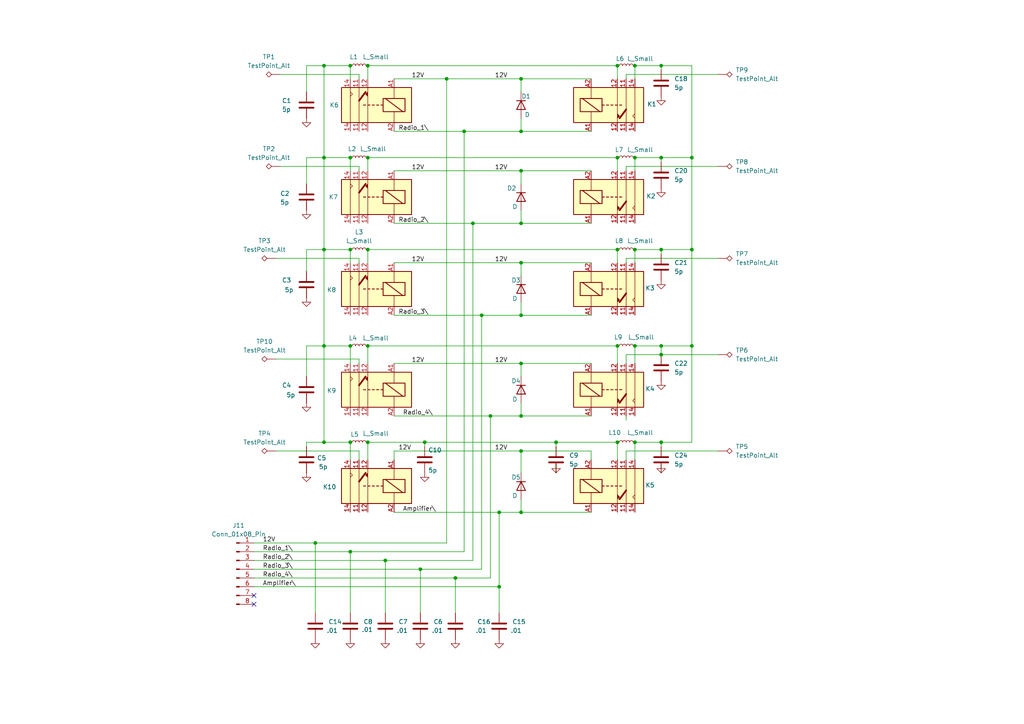
<source format=kicad_sch>
(kicad_sch (version 20250114) (generator "eeschema") (generator_version "9.0")
  (paper "A4")
  (lib_symbols
    (symbol "Connector:Conn_01x08_Pin" (pin_names (offset 1.016) (hide yes))
      (property "Reference" "J" (at 0 10.16 0))
      (property "Value" "Conn_01x08_Pin" (at 0 -12.7 0))
      (symbol "Conn_01x08_Pin_1_1"
        (rectangle (start 0.8636 7.747) (end 0 7.493) (stroke (width 0.1524)) (fill (type outline)))
        (rectangle (start 0.8636 5.207) (end 0 4.953) (stroke (width 0.1524)) (fill (type outline)))
        (rectangle (start 0.8636 2.667) (end 0 2.413) (stroke (width 0.1524)) (fill (type outline)))
        (rectangle (start 0.8636 0.127) (end 0 -0.127) (stroke (width 0.1524)) (fill (type outline)))
        (rectangle (start 0.8636 -2.413) (end 0 -2.667) (stroke (width 0.1524)) (fill (type outline)))
        (rectangle (start 0.8636 -4.953) (end 0 -5.207) (stroke (width 0.1524)) (fill (type outline)))
        (rectangle (start 0.8636 -7.493) (end 0 -7.747) (stroke (width 0.1524)) (fill (type outline)))
        (rectangle (start 0.8636 -10.033) (end 0 -10.287) (stroke (width 0.1524)) (fill (type outline)))
        (polyline (pts (xy 1.27 7.62) (xy 0.8636 7.62)) (stroke (width 0.1524)))
        (polyline (pts (xy 1.27 5.08) (xy 0.8636 5.08)) (stroke (width 0.1524)))
        (polyline (pts (xy 1.27 2.54) (xy 0.8636 2.54)) (stroke (width 0.1524)))
        (polyline (pts (xy 1.27 0) (xy 0.8636 0)) (stroke (width 0.1524)))
        (polyline (pts (xy 1.27 -2.54) (xy 0.8636 -2.54)) (stroke (width 0.1524)))
        (polyline (pts (xy 1.27 -5.08) (xy 0.8636 -5.08)) (stroke (width 0.1524)))
        (polyline (pts (xy 1.27 -7.62) (xy 0.8636 -7.62)) (stroke (width 0.1524)))
        (polyline (pts (xy 1.27 -10.16) (xy 0.8636 -10.16)) (stroke (width 0.1524)))
        (pin passive line (at 5.08 7.62 180) (length 3.81) (name "Pin_1") (number "1"))
        (pin passive line (at 5.08 5.08 180) (length 3.81) (name "Pin_2") (number "2"))
        (pin passive line (at 5.08 2.54 180) (length 3.81) (name "Pin_3") (number "3"))
        (pin passive line (at 5.08 0 180) (length 3.81) (name "Pin_4") (number "4"))
        (pin passive line (at 5.08 -2.54 180) (length 3.81) (name "Pin_5") (number "5"))
        (pin passive line (at 5.08 -5.08 180) (length 3.81) (name "Pin_6") (number "6"))
        (pin passive line (at 5.08 -7.62 180) (length 3.81) (name "Pin_7") (number "7"))
        (pin passive line (at 5.08 -10.16 180) (length 3.81) (name "Pin_8") (number "8"))
      )
    )
    (symbol "Connector:TestPoint_Alt" (pin_numbers (hide yes)) (pin_names (offset 0.762) (hide yes))
      (property "Reference" "TP" (at 0 6.858 0))
      (property "Value" "TestPoint_Alt" (at 0 5.08 0))
      (symbol "TestPoint_Alt_0_1"
        (polyline (pts (xy 0 2.54) (xy -0.762 3.302) (xy 0 4.064) (xy 0.762 3.302) (xy 0 2.54)))
      )
      (symbol "TestPoint_Alt_1_1"
        (pin passive line (at 0 0 90) (length 2.54) (name "1") (number "1"))
      )
    )
    (symbol "Device:C" (pin_numbers (hide yes)) (pin_names (offset 0.254))
      (property "Reference" "C" (at 0.635 2.54 0))
      (property "Value" "C" (at 0.635 -2.54 0))
      (symbol "C_0_1"
        (polyline (pts (xy -2.032 0.762) (xy 2.032 0.762)) (stroke (width 0.508)))
        (polyline (pts (xy -2.032 -0.762) (xy 2.032 -0.762)) (stroke (width 0.508)))
      )
      (symbol "C_1_1"
        (pin passive line (at 0 3.81 270) (length 2.794) (name "~") (number "1"))
        (pin passive line (at 0 -3.81 90) (length 2.794) (name "~") (number "2"))
      )
    )
    (symbol "Device:D" (pin_numbers (hide yes)) (pin_names (offset 1.016) (hide yes))
      (property "Reference" "D" (at 0 2.54 0))
      (property "Value" "D" (at 0 -2.54 0))
      (symbol "D_0_1"
        (polyline (pts (xy -1.27 1.27) (xy -1.27 -1.27)) (stroke (width 0.254)))
        (polyline (pts (xy 1.27 1.27) (xy 1.27 -1.27) (xy -1.27 0) (xy 1.27 1.27)) (stroke (width 0.254)))
        (polyline (pts (xy 1.27 0) (xy -1.27 0)))
      )
      (symbol "D_1_1"
        (pin passive line (at -3.81 0 0) (length 2.54) (name "K") (number "1"))
        (pin passive line (at 3.81 0 180) (length 2.54) (name "A") (number "2"))
      )
    )
    (symbol "Device:L_Small" (pin_numbers (hide yes)) (pin_names (offset 0.254) (hide yes))
      (property "Reference" "L" (at 0.762 1.016 0))
      (property "Value" "L_Small" (at 0.762 -1.016 0))
      (symbol "L_Small_0_1"
        (arc (start 0 2.032) (mid 0.5058 1.524) (end 0 1.016))
        (arc (start 0 1.016) (mid 0.5058 0.508) (end 0 0))
        (arc (start 0 0) (mid 0.5058 -0.508) (end 0 -1.016))
        (arc (start 0 -1.016) (mid 0.5058 -1.524) (end 0 -2.032))
      )
      (symbol "L_Small_1_1"
        (pin passive line (at 0 2.54 270) (length 0.508) (name "~") (number "1"))
        (pin passive line (at 0 -2.54 90) (length 0.508) (name "~") (number "2"))
      )
    )
    (symbol "Relay_4to1:Relay_SPDT"
      (property "Reference" "K" (at 11.43 3.81 0))
      (property "Value" "G2RL-1-E_alt" (at 11.43 1.27 0))
      (symbol "Relay_SPDT_0_0"
        (polyline (pts (xy 7.62 5.08) (xy 7.62 2.54) (xy 6.985 3.175) (xy 7.62 3.81)))
      )
      (symbol "Relay_SPDT_0_1"
        (rectangle (start -10.16 5.08) (end 10.16 -5.08) (stroke (width 0.254)) (fill (type background)))
        (rectangle (start -8.255 1.905) (end -1.905 -1.905) (stroke (width 0.254)))
        (polyline (pts (xy -7.62 -1.905) (xy -2.54 1.905)) (stroke (width 0.254)))
        (polyline (pts (xy -5.08 5.08) (xy -5.08 1.905)))
        (polyline (pts (xy -5.08 -5.08) (xy -5.08 -1.905)))
        (polyline (pts (xy -1.905 0) (xy -1.27 0)) (stroke (width 0.254)))
        (polyline (pts (xy -0.635 0) (xy 0 0)) (stroke (width 0.254)))
        (polyline (pts (xy 0.635 0) (xy 1.27 0)) (stroke (width 0.254)))
        (polyline (pts (xy 1.905 0) (xy 2.54 0)) (stroke (width 0.254)))
        (polyline (pts (xy 2.54 5.08) (xy 2.54 2.54) (xy 3.175 3.175) (xy 2.54 3.81)) (fill (type outline)))
        (polyline (pts (xy 2.54 2.54) (xy 2.54 -5.08)))
        (polyline (pts (xy 3.175 0) (xy 3.81 0)) (stroke (width 0.254)))
        (polyline (pts (xy 5.08 5.08) (xy 5.08 1.27)))
        (polyline (pts (xy 5.08 1.27) (xy 3.175 3.81)) (stroke (width 0.508)))
        (polyline (pts (xy 5.08 1.27) (xy 5.08 -5.08)))
        (polyline (pts (xy 7.62 2.54) (xy 7.62 -5.08)))
      )
      (symbol "Relay_SPDT_1_1"
        (pin passive line (at -5.08 7.62 270) (length 2.54) (name "~") (number "A1"))
        (pin passive line (at -5.08 -7.62 90) (length 2.54) (name "~") (number "A2"))
        (pin passive line (at 2.54 7.62 270) (length 2.54) (name "~") (number "12"))
        (pin passive line (at 2.54 -7.62 90) (length 2.54) (name "~") (number "12"))
        (pin passive line (at 5.08 7.62 270) (length 2.54) (name "~") (number "11"))
        (pin passive line (at 5.08 -7.62 90) (length 2.54) (name "~") (number "11"))
        (pin passive line (at 7.62 7.62 270) (length 2.54) (name "~") (number "14"))
        (pin passive line (at 7.62 -7.62 90) (length 2.54) (name "~") (number "14"))
      )
    )
    (symbol "Relay_SPDT_1"
      (property "Reference" "K" (at 11.43 3.81 0))
      (property "Value" "G2RL-1-E_alt" (at 11.43 1.27 0))
      (symbol "Relay_SPDT_1_0_0"
        (polyline (pts (xy 7.62 5.08) (xy 7.62 2.54) (xy 6.985 3.175) (xy 7.62 3.81)))
      )
      (symbol "Relay_SPDT_1_0_1"
        (rectangle (start -10.16 5.08) (end 10.16 -5.08) (stroke (width 0.254)) (fill (type background)))
        (rectangle (start -8.255 1.905) (end -1.905 -1.905) (stroke (width 0.254)))
        (polyline (pts (xy -7.62 -1.905) (xy -2.54 1.905)) (stroke (width 0.254)))
        (polyline (pts (xy -5.08 5.08) (xy -5.08 1.905)))
        (polyline (pts (xy -5.08 -5.08) (xy -5.08 -1.905)))
        (polyline (pts (xy -1.905 0) (xy -1.27 0)) (stroke (width 0.254)))
        (polyline (pts (xy -0.635 0) (xy 0 0)) (stroke (width 0.254)))
        (polyline (pts (xy 0.635 0) (xy 1.27 0)) (stroke (width 0.254)))
        (polyline (pts (xy 1.905 0) (xy 2.54 0)) (stroke (width 0.254)))
        (polyline (pts (xy 2.54 5.08) (xy 2.54 2.54) (xy 3.175 3.175) (xy 2.54 3.81)) (fill (type outline)))
        (polyline (pts (xy 2.54 2.54) (xy 2.54 -5.08)))
        (polyline (pts (xy 3.175 0) (xy 3.81 0)) (stroke (width 0.254)))
        (polyline (pts (xy 5.08 5.08) (xy 5.08 1.27)))
        (polyline (pts (xy 5.08 1.27) (xy 3.175 3.81)) (stroke (width 0.508)))
        (polyline (pts (xy 5.08 1.27) (xy 5.08 -5.08)))
        (polyline (pts (xy 7.62 2.54) (xy 7.62 -5.08)))
      )
      (symbol "Relay_SPDT_1_1_1"
        (pin passive line (at -5.08 7.62 270) (length 2.54) (name "~") (number "A1"))
        (pin passive line (at -5.08 -7.62 90) (length 2.54) (name "~") (number "A2"))
        (pin passive line (at 2.54 7.62 270) (length 2.54) (name "~") (number "12"))
        (pin passive line (at 2.54 -7.62 90) (length 2.54) (name "~") (number "12"))
        (pin passive line (at 5.08 7.62 270) (length 2.54) (name "~") (number "11"))
        (pin passive line (at 5.08 -7.62 90) (length 2.54) (name "~") (number "11"))
        (pin passive line (at 7.62 7.62 270) (length 2.54) (name "~") (number "14"))
        (pin passive line (at 7.62 -7.62 90) (length 2.54) (name "~") (number "14"))
      )
    )
    (symbol "Relay_SPDT_2"
      (property "Reference" "K" (at 11.43 3.81 0))
      (property "Value" "G2RL-1-E_alt" (at 11.43 1.27 0))
      (symbol "Relay_SPDT_2_0_0"
        (polyline (pts (xy 7.62 5.08) (xy 7.62 2.54) (xy 6.985 3.175) (xy 7.62 3.81)))
      )
      (symbol "Relay_SPDT_2_0_1"
        (rectangle (start -10.16 5.08) (end 10.16 -5.08) (stroke (width 0.254)) (fill (type background)))
        (rectangle (start -8.255 1.905) (end -1.905 -1.905) (stroke (width 0.254)))
        (polyline (pts (xy -7.62 -1.905) (xy -2.54 1.905)) (stroke (width 0.254)))
        (polyline (pts (xy -5.08 5.08) (xy -5.08 1.905)))
        (polyline (pts (xy -5.08 -5.08) (xy -5.08 -1.905)))
        (polyline (pts (xy -1.905 0) (xy -1.27 0)) (stroke (width 0.254)))
        (polyline (pts (xy -0.635 0) (xy 0 0)) (stroke (width 0.254)))
        (polyline (pts (xy 0.635 0) (xy 1.27 0)) (stroke (width 0.254)))
        (polyline (pts (xy 1.905 0) (xy 2.54 0)) (stroke (width 0.254)))
        (polyline (pts (xy 2.54 5.08) (xy 2.54 2.54) (xy 3.175 3.175) (xy 2.54 3.81)) (fill (type outline)))
        (polyline (pts (xy 2.54 2.54) (xy 2.54 -5.08)))
        (polyline (pts (xy 3.175 0) (xy 3.81 0)) (stroke (width 0.254)))
        (polyline (pts (xy 5.08 5.08) (xy 5.08 1.27)))
        (polyline (pts (xy 5.08 1.27) (xy 3.175 3.81)) (stroke (width 0.508)))
        (polyline (pts (xy 5.08 1.27) (xy 5.08 -5.08)))
        (polyline (pts (xy 7.62 2.54) (xy 7.62 -5.08)))
      )
      (symbol "Relay_SPDT_2_1_1"
        (pin passive line (at -5.08 7.62 270) (length 2.54) (name "~") (number "A1"))
        (pin passive line (at -5.08 -7.62 90) (length 2.54) (name "~") (number "A2"))
        (pin passive line (at 2.54 7.62 270) (length 2.54) (name "~") (number "12"))
        (pin passive line (at 2.54 -7.62 90) (length 2.54) (name "~") (number "12"))
        (pin passive line (at 5.08 7.62 270) (length 2.54) (name "~") (number "11"))
        (pin passive line (at 5.08 -7.62 90) (length 2.54) (name "~") (number "11"))
        (pin passive line (at 7.62 7.62 270) (length 2.54) (name "~") (number "14"))
        (pin passive line (at 7.62 -7.62 90) (length 2.54) (name "~") (number "14"))
      )
    )
    (symbol "Relay_SPDT_3"
      (property "Reference" "K" (at 11.43 3.81 0))
      (property "Value" "G2RL-1-E_alt" (at 11.43 1.27 0))
      (symbol "Relay_SPDT_3_0_0"
        (polyline (pts (xy 7.62 5.08) (xy 7.62 2.54) (xy 6.985 3.175) (xy 7.62 3.81)))
      )
      (symbol "Relay_SPDT_3_0_1"
        (rectangle (start -10.16 5.08) (end 10.16 -5.08) (stroke (width 0.254)) (fill (type background)))
        (rectangle (start -8.255 1.905) (end -1.905 -1.905) (stroke (width 0.254)))
        (polyline (pts (xy -7.62 -1.905) (xy -2.54 1.905)) (stroke (width 0.254)))
        (polyline (pts (xy -5.08 5.08) (xy -5.08 1.905)))
        (polyline (pts (xy -5.08 -5.08) (xy -5.08 -1.905)))
        (polyline (pts (xy -1.905 0) (xy -1.27 0)) (stroke (width 0.254)))
        (polyline (pts (xy -0.635 0) (xy 0 0)) (stroke (width 0.254)))
        (polyline (pts (xy 0.635 0) (xy 1.27 0)) (stroke (width 0.254)))
        (polyline (pts (xy 1.905 0) (xy 2.54 0)) (stroke (width 0.254)))
        (polyline (pts (xy 2.54 5.08) (xy 2.54 2.54) (xy 3.175 3.175) (xy 2.54 3.81)) (fill (type outline)))
        (polyline (pts (xy 2.54 2.54) (xy 2.54 -5.08)))
        (polyline (pts (xy 3.175 0) (xy 3.81 0)) (stroke (width 0.254)))
        (polyline (pts (xy 5.08 5.08) (xy 5.08 1.27)))
        (polyline (pts (xy 5.08 1.27) (xy 3.175 3.81)) (stroke (width 0.508)))
        (polyline (pts (xy 5.08 1.27) (xy 5.08 -5.08)))
        (polyline (pts (xy 7.62 2.54) (xy 7.62 -5.08)))
      )
      (symbol "Relay_SPDT_3_1_1"
        (pin passive line (at -5.08 7.62 270) (length 2.54) (name "~") (number "A1"))
        (pin passive line (at -5.08 -7.62 90) (length 2.54) (name "~") (number "A2"))
        (pin passive line (at 2.54 7.62 270) (length 2.54) (name "~") (number "12"))
        (pin passive line (at 2.54 -7.62 90) (length 2.54) (name "~") (number "12"))
        (pin passive line (at 5.08 7.62 270) (length 2.54) (name "~") (number "11"))
        (pin passive line (at 5.08 -7.62 90) (length 2.54) (name "~") (number "11"))
        (pin passive line (at 7.62 7.62 270) (length 2.54) (name "~") (number "14"))
        (pin passive line (at 7.62 -7.62 90) (length 2.54) (name "~") (number "14"))
      )
    )
    (symbol "Relay_SPDT_4"
      (property "Reference" "K" (at 11.43 3.81 0))
      (property "Value" "G2RL-1-E_alt" (at 11.43 1.27 0))
      (symbol "Relay_SPDT_4_0_0"
        (polyline (pts (xy 7.62 5.08) (xy 7.62 2.54) (xy 6.985 3.175) (xy 7.62 3.81)))
      )
      (symbol "Relay_SPDT_4_0_1"
        (rectangle (start -10.16 5.08) (end 10.16 -5.08) (stroke (width 0.254)) (fill (type background)))
        (rectangle (start -8.255 1.905) (end -1.905 -1.905) (stroke (width 0.254)))
        (polyline (pts (xy -7.62 -1.905) (xy -2.54 1.905)) (stroke (width 0.254)))
        (polyline (pts (xy -5.08 5.08) (xy -5.08 1.905)))
        (polyline (pts (xy -5.08 -5.08) (xy -5.08 -1.905)))
        (polyline (pts (xy -1.905 0) (xy -1.27 0)) (stroke (width 0.254)))
        (polyline (pts (xy -0.635 0) (xy 0 0)) (stroke (width 0.254)))
        (polyline (pts (xy 0.635 0) (xy 1.27 0)) (stroke (width 0.254)))
        (polyline (pts (xy 1.905 0) (xy 2.54 0)) (stroke (width 0.254)))
        (polyline (pts (xy 2.54 5.08) (xy 2.54 2.54) (xy 3.175 3.175) (xy 2.54 3.81)) (fill (type outline)))
        (polyline (pts (xy 2.54 2.54) (xy 2.54 -5.08)))
        (polyline (pts (xy 3.175 0) (xy 3.81 0)) (stroke (width 0.254)))
        (polyline (pts (xy 5.08 5.08) (xy 5.08 1.27)))
        (polyline (pts (xy 5.08 1.27) (xy 3.175 3.81)) (stroke (width 0.508)))
        (polyline (pts (xy 5.08 1.27) (xy 5.08 -5.08)))
        (polyline (pts (xy 7.62 2.54) (xy 7.62 -5.08)))
      )
      (symbol "Relay_SPDT_4_1_1"
        (pin passive line (at -5.08 7.62 270) (length 2.54) (name "~") (number "A1"))
        (pin passive line (at -5.08 -7.62 90) (length 2.54) (name "~") (number "A2"))
        (pin passive line (at 2.54 7.62 270) (length 2.54) (name "~") (number "12"))
        (pin passive line (at 2.54 -7.62 90) (length 2.54) (name "~") (number "12"))
        (pin passive line (at 5.08 7.62 270) (length 2.54) (name "~") (number "11"))
        (pin passive line (at 5.08 -7.62 90) (length 2.54) (name "~") (number "11"))
        (pin passive line (at 7.62 7.62 270) (length 2.54) (name "~") (number "14"))
        (pin passive line (at 7.62 -7.62 90) (length 2.54) (name "~") (number "14"))
      )
    )
    (symbol "Relay_SPDT_5"
      (property "Reference" "K" (at 11.43 3.81 0))
      (property "Value" "G2RL-1-E_alt" (at 11.43 1.27 0))
      (symbol "Relay_SPDT_5_0_0"
        (polyline (pts (xy 7.62 5.08) (xy 7.62 2.54) (xy 6.985 3.175) (xy 7.62 3.81)))
      )
      (symbol "Relay_SPDT_5_0_1"
        (rectangle (start -10.16 5.08) (end 10.16 -5.08) (stroke (width 0.254)) (fill (type background)))
        (rectangle (start -8.255 1.905) (end -1.905 -1.905) (stroke (width 0.254)))
        (polyline (pts (xy -7.62 -1.905) (xy -2.54 1.905)) (stroke (width 0.254)))
        (polyline (pts (xy -5.08 5.08) (xy -5.08 1.905)))
        (polyline (pts (xy -5.08 -5.08) (xy -5.08 -1.905)))
        (polyline (pts (xy -1.905 0) (xy -1.27 0)) (stroke (width 0.254)))
        (polyline (pts (xy -0.635 0) (xy 0 0)) (stroke (width 0.254)))
        (polyline (pts (xy 0.635 0) (xy 1.27 0)) (stroke (width 0.254)))
        (polyline (pts (xy 1.905 0) (xy 2.54 0)) (stroke (width 0.254)))
        (polyline (pts (xy 2.54 5.08) (xy 2.54 2.54) (xy 3.175 3.175) (xy 2.54 3.81)) (fill (type outline)))
        (polyline (pts (xy 2.54 2.54) (xy 2.54 -5.08)))
        (polyline (pts (xy 3.175 0) (xy 3.81 0)) (stroke (width 0.254)))
        (polyline (pts (xy 5.08 5.08) (xy 5.08 1.27)))
        (polyline (pts (xy 5.08 1.27) (xy 3.175 3.81)) (stroke (width 0.508)))
        (polyline (pts (xy 5.08 1.27) (xy 5.08 -5.08)))
        (polyline (pts (xy 7.62 2.54) (xy 7.62 -5.08)))
      )
      (symbol "Relay_SPDT_5_1_1"
        (pin passive line (at -5.08 7.62 270) (length 2.54) (name "~") (number "A1"))
        (pin passive line (at -5.08 -7.62 90) (length 2.54) (name "~") (number "A2"))
        (pin passive line (at 2.54 7.62 270) (length 2.54) (name "~") (number "12"))
        (pin passive line (at 2.54 -7.62 90) (length 2.54) (name "~") (number "12"))
        (pin passive line (at 5.08 7.62 270) (length 2.54) (name "~") (number "11"))
        (pin passive line (at 5.08 -7.62 90) (length 2.54) (name "~") (number "11"))
        (pin passive line (at 7.62 7.62 270) (length 2.54) (name "~") (number "14"))
        (pin passive line (at 7.62 -7.62 90) (length 2.54) (name "~") (number "14"))
      )
    )
    (symbol "Relay_SPDT_6"
      (property "Reference" "K" (at 11.43 3.81 0))
      (property "Value" "G2RL-1-E_alt" (at 11.43 1.27 0))
      (symbol "Relay_SPDT_6_0_0"
        (polyline (pts (xy 7.62 5.08) (xy 7.62 2.54) (xy 6.985 3.175) (xy 7.62 3.81)))
      )
      (symbol "Relay_SPDT_6_0_1"
        (rectangle (start -10.16 5.08) (end 10.16 -5.08) (stroke (width 0.254)) (fill (type background)))
        (rectangle (start -8.255 1.905) (end -1.905 -1.905) (stroke (width 0.254)))
        (polyline (pts (xy -7.62 -1.905) (xy -2.54 1.905)) (stroke (width 0.254)))
        (polyline (pts (xy -5.08 5.08) (xy -5.08 1.905)))
        (polyline (pts (xy -5.08 -5.08) (xy -5.08 -1.905)))
        (polyline (pts (xy -1.905 0) (xy -1.27 0)) (stroke (width 0.254)))
        (polyline (pts (xy -0.635 0) (xy 0 0)) (stroke (width 0.254)))
        (polyline (pts (xy 0.635 0) (xy 1.27 0)) (stroke (width 0.254)))
        (polyline (pts (xy 1.905 0) (xy 2.54 0)) (stroke (width 0.254)))
        (polyline (pts (xy 2.54 5.08) (xy 2.54 2.54) (xy 3.175 3.175) (xy 2.54 3.81)) (fill (type outline)))
        (polyline (pts (xy 2.54 2.54) (xy 2.54 -5.08)))
        (polyline (pts (xy 3.175 0) (xy 3.81 0)) (stroke (width 0.254)))
        (polyline (pts (xy 5.08 5.08) (xy 5.08 1.27)))
        (polyline (pts (xy 5.08 1.27) (xy 3.175 3.81)) (stroke (width 0.508)))
        (polyline (pts (xy 5.08 1.27) (xy 5.08 -5.08)))
        (polyline (pts (xy 7.62 2.54) (xy 7.62 -5.08)))
      )
      (symbol "Relay_SPDT_6_1_1"
        (pin passive line (at -5.08 7.62 270) (length 2.54) (name "~") (number "A1"))
        (pin passive line (at -5.08 -7.62 90) (length 2.54) (name "~") (number "A2"))
        (pin passive line (at 2.54 7.62 270) (length 2.54) (name "~") (number "12"))
        (pin passive line (at 2.54 -7.62 90) (length 2.54) (name "~") (number "12"))
        (pin passive line (at 5.08 7.62 270) (length 2.54) (name "~") (number "11"))
        (pin passive line (at 5.08 -7.62 90) (length 2.54) (name "~") (number "11"))
        (pin passive line (at 7.62 7.62 270) (length 2.54) (name "~") (number "14"))
        (pin passive line (at 7.62 -7.62 90) (length 2.54) (name "~") (number "14"))
      )
    )
    (symbol "Relay_SPDT_7"
      (property "Reference" "K" (at 11.43 3.81 0))
      (property "Value" "G2RL-1-E_alt" (at 11.43 1.27 0))
      (symbol "Relay_SPDT_7_0_0"
        (polyline (pts (xy 7.62 5.08) (xy 7.62 2.54) (xy 6.985 3.175) (xy 7.62 3.81)))
      )
      (symbol "Relay_SPDT_7_0_1"
        (rectangle (start -10.16 5.08) (end 10.16 -5.08) (stroke (width 0.254)) (fill (type background)))
        (rectangle (start -8.255 1.905) (end -1.905 -1.905) (stroke (width 0.254)))
        (polyline (pts (xy -7.62 -1.905) (xy -2.54 1.905)) (stroke (width 0.254)))
        (polyline (pts (xy -5.08 5.08) (xy -5.08 1.905)))
        (polyline (pts (xy -5.08 -5.08) (xy -5.08 -1.905)))
        (polyline (pts (xy -1.905 0) (xy -1.27 0)) (stroke (width 0.254)))
        (polyline (pts (xy -0.635 0) (xy 0 0)) (stroke (width 0.254)))
        (polyline (pts (xy 0.635 0) (xy 1.27 0)) (stroke (width 0.254)))
        (polyline (pts (xy 1.905 0) (xy 2.54 0)) (stroke (width 0.254)))
        (polyline (pts (xy 2.54 5.08) (xy 2.54 2.54) (xy 3.175 3.175) (xy 2.54 3.81)) (fill (type outline)))
        (polyline (pts (xy 2.54 2.54) (xy 2.54 -5.08)))
        (polyline (pts (xy 3.175 0) (xy 3.81 0)) (stroke (width 0.254)))
        (polyline (pts (xy 5.08 5.08) (xy 5.08 1.27)))
        (polyline (pts (xy 5.08 1.27) (xy 3.175 3.81)) (stroke (width 0.508)))
        (polyline (pts (xy 5.08 1.27) (xy 5.08 -5.08)))
        (polyline (pts (xy 7.62 2.54) (xy 7.62 -5.08)))
      )
      (symbol "Relay_SPDT_7_1_1"
        (pin passive line (at -5.08 7.62 270) (length 2.54) (name "~") (number "A1"))
        (pin passive line (at -5.08 -7.62 90) (length 2.54) (name "~") (number "A2"))
        (pin passive line (at 2.54 7.62 270) (length 2.54) (name "~") (number "12"))
        (pin passive line (at 2.54 -7.62 90) (length 2.54) (name "~") (number "12"))
        (pin passive line (at 5.08 7.62 270) (length 2.54) (name "~") (number "11"))
        (pin passive line (at 5.08 -7.62 90) (length 2.54) (name "~") (number "11"))
        (pin passive line (at 7.62 7.62 270) (length 2.54) (name "~") (number "14"))
        (pin passive line (at 7.62 -7.62 90) (length 2.54) (name "~") (number "14"))
      )
    )
    (symbol "power:GND" (power) (pin_numbers (hide yes)) (pin_names (offset 0) (hide yes))
      (property "Value" "GND" (at 0 -3.81 0))
      (symbol "GND_0_1"
        (polyline (pts (xy 0 0) (xy 0 -1.27) (xy 1.27 -1.27) (xy 0 -2.54) (xy -1.27 -1.27) (xy 0 -1.27)))
      )
      (symbol "GND_1_1"
        (pin power_in line (at 0 0 270) (length 0) (name "~") (number "1"))
      )
    )
  )
  (junction (at 93.98 72.39))
  (junction (at 184.15 45.72))
  (junction (at 184.15 100.33))
  (junction (at 179.07 100.33))
  (junction (at 161.29 128.27))
  (junction (at 101.6 19.05))
  (junction (at 191.77 102.87))
  (junction (at 106.68 19.05))
  (junction (at 139.7 91.44))
  (junction (at 191.77 100.33))
  (junction (at 151.13 76.2))
  (junction (at 179.07 128.27))
  (junction (at 179.07 45.72))
  (junction (at 134.62 38.1))
  (junction (at 151.13 148.59))
  (junction (at 191.77 72.39))
  (junction (at 106.68 128.27))
  (junction (at 129.54 22.86))
  (junction (at 93.98 19.05))
  (junction (at 151.13 91.44))
  (junction (at 184.15 19.05))
  (junction (at 200.66 45.72))
  (junction (at 93.98 100.33))
  (junction (at 200.66 100.33))
  (junction (at 106.68 72.39))
  (junction (at 101.6 128.27))
  (junction (at 184.15 128.27))
  (junction (at 101.6 72.39))
  (junction (at 101.6 100.33))
  (junction (at 137.16 64.77))
  (junction (at 179.07 19.05))
  (junction (at 191.77 45.72))
  (junction (at 93.98 128.27))
  (junction (at 106.68 100.33))
  (junction (at 151.13 38.1))
  (junction (at 191.77 128.27))
  (junction (at 106.68 45.72))
  (junction (at 151.13 64.77))
  (junction (at 123.19 128.27))
  (junction (at 179.07 72.39))
  (junction (at 142.24 120.65))
  (junction (at 111.76 162.56))
  (junction (at 101.6 160.02))
  (junction (at 93.98 45.72))
  (junction (at 121.92 165.1))
  (junction (at 184.15 72.39))
  (junction (at 151.13 120.65))
  (junction (at 191.77 19.05))
  (junction (at 132.08 167.64))
  (junction (at 144.78 148.59))
  (junction (at 151.13 22.86))
  (junction (at 151.13 49.53))
  (junction (at 91.44 157.48))
  (junction (at 200.66 72.39))
  (junction (at 144.78 170.18))
  (junction (at 151.13 105.41))
  (junction (at 151.13 130.81))
  (junction (at 101.6 45.72))
  (no_connect (at 73.66 175.26))
  (no_connect (at 73.66 172.72))
  (wire (pts (xy 200.66 45.72) (xy 200.66 72.39)))
  (wire (pts (xy 91.44 157.48) (xy 91.44 177.8)))
  (wire (pts (xy 88.9 53.34) (xy 88.9 45.72)))
  (wire (pts (xy 181.61 130.81) (xy 181.61 133.35)))
  (wire (pts (xy 200.66 19.05) (xy 200.66 45.72)))
  (wire (pts (xy 123.19 128.27) (xy 161.29 128.27)))
  (wire (pts (xy 114.3 91.44) (xy 139.7 91.44)))
  (wire (pts (xy 184.15 45.72) (xy 184.15 49.53)))
  (wire (pts (xy 134.62 38.1) (xy 151.13 38.1)))
  (wire (pts (xy 191.77 102.87) (xy 208.28 102.87)))
  (wire (pts (xy 151.13 76.2) (xy 151.13 80.01)))
  (wire (pts (xy 151.13 148.59) (xy 171.45 148.59)))
  (wire (pts (xy 191.77 45.72) (xy 191.77 46.99)))
  (wire (pts (xy 106.68 22.86) (xy 106.68 19.05)))
  (wire (pts (xy 184.15 72.39) (xy 184.15 76.2)))
  (wire (pts (xy 191.77 72.39) (xy 200.66 72.39)))
  (wire (pts (xy 101.6 160.02) (xy 101.6 177.8)))
  (wire (pts (xy 181.61 121.92) (xy 181.61 120.65)))
  (wire (pts (xy 93.98 72.39) (xy 93.98 100.33)))
  (wire (pts (xy 179.07 45.72) (xy 179.07 49.53)))
  (wire (pts (xy 181.61 105.41) (xy 181.61 102.87)))
  (wire (pts (xy 161.29 129.54) (xy 161.29 128.27)))
  (wire (pts (xy 81.28 21.59) (xy 104.14 21.59)))
  (wire (pts (xy 151.13 22.86) (xy 151.13 26.67)))
  (wire (pts (xy 114.3 130.81) (xy 114.3 133.35)))
  (wire (pts (xy 104.14 74.93) (xy 104.14 76.2)))
  (wire (pts (xy 114.3 148.59) (xy 144.78 148.59)))
  (wire (pts (xy 80.01 74.93) (xy 104.14 74.93)))
  (wire (pts (xy 184.15 100.33) (xy 184.15 105.41)))
  (wire (pts (xy 106.68 100.33) (xy 179.07 100.33)))
  (wire (pts (xy 171.45 76.2) (xy 151.13 76.2)))
  (wire (pts (xy 191.77 19.05) (xy 200.66 19.05)))
  (wire (pts (xy 93.98 19.05) (xy 93.98 45.72)))
  (wire (pts (xy 181.61 48.26) (xy 208.28 48.26)))
  (wire (pts (xy 144.78 148.59) (xy 151.13 148.59)))
  (wire (pts (xy 106.68 76.2) (xy 106.68 72.39)))
  (wire (pts (xy 132.08 167.64) (xy 142.24 167.64)))
  (wire (pts (xy 191.77 100.33) (xy 191.77 102.87)))
  (wire (pts (xy 181.61 102.87) (xy 191.77 102.87)))
  (wire (pts (xy 151.13 116.84) (xy 151.13 120.65)))
  (wire (pts (xy 139.7 91.44) (xy 151.13 91.44)))
  (wire (pts (xy 181.61 21.59) (xy 208.28 21.59)))
  (wire (pts (xy 73.66 157.48) (xy 91.44 157.48)))
  (wire (pts (xy 93.98 45.72) (xy 101.6 45.72)))
  (wire (pts (xy 114.3 120.65) (xy 142.24 120.65)))
  (wire (pts (xy 88.9 129.54) (xy 88.9 128.27)))
  (wire (pts (xy 191.77 45.72) (xy 200.66 45.72)))
  (wire (pts (xy 181.61 22.86) (xy 181.61 21.59)))
  (wire (pts (xy 151.13 64.77) (xy 171.45 64.77)))
  (wire (pts (xy 88.9 78.74) (xy 88.9 72.39)))
  (wire (pts (xy 81.28 48.26) (xy 104.14 48.26)))
  (wire (pts (xy 104.14 21.59) (xy 104.14 22.86)))
  (wire (pts (xy 88.9 19.05) (xy 93.98 19.05)))
  (wire (pts (xy 139.7 91.44) (xy 139.7 165.1)))
  (wire (pts (xy 106.68 45.72) (xy 179.07 45.72)))
  (wire (pts (xy 151.13 87.63) (xy 151.13 91.44)))
  (wire (pts (xy 184.15 128.27) (xy 184.15 133.35)))
  (wire (pts (xy 101.6 76.2) (xy 101.6 72.39)))
  (wire (pts (xy 88.9 109.22) (xy 88.9 100.33)))
  (wire (pts (xy 181.61 130.81) (xy 208.28 130.81)))
  (wire (pts (xy 104.14 130.81) (xy 104.14 133.35)))
  (wire (pts (xy 106.68 133.35) (xy 106.68 128.27)))
  (wire (pts (xy 80.01 130.81) (xy 104.14 130.81)))
  (wire (pts (xy 93.98 45.72) (xy 93.98 72.39)))
  (wire (pts (xy 151.13 38.1) (xy 171.45 38.1)))
  (wire (pts (xy 93.98 128.27) (xy 101.6 128.27)))
  (wire (pts (xy 88.9 26.67) (xy 88.9 19.05)))
  (wire (pts (xy 179.07 128.27) (xy 179.07 133.35)))
  (wire (pts (xy 151.13 91.44) (xy 171.45 91.44)))
  (wire (pts (xy 171.45 130.81) (xy 171.45 133.35)))
  (wire (pts (xy 114.3 130.81) (xy 151.13 130.81)))
  (wire (pts (xy 144.78 170.18) (xy 144.78 177.8)))
  (wire (pts (xy 179.07 19.05) (xy 179.07 22.86)))
  (wire (pts (xy 106.68 49.53) (xy 106.68 45.72)))
  (wire (pts (xy 151.13 130.81) (xy 151.13 137.16)))
  (wire (pts (xy 151.13 60.96) (xy 151.13 64.77)))
  (wire (pts (xy 93.98 19.05) (xy 101.6 19.05)))
  (wire (pts (xy 200.66 128.27) (xy 191.77 128.27)))
  (wire (pts (xy 80.01 104.14) (xy 104.14 104.14)))
  (wire (pts (xy 121.92 165.1) (xy 121.92 177.8)))
  (wire (pts (xy 88.9 100.33) (xy 93.98 100.33)))
  (wire (pts (xy 114.3 64.77) (xy 137.16 64.77)))
  (wire (pts (xy 129.54 157.48) (xy 129.54 22.86)))
  (wire (pts (xy 114.3 22.86) (xy 129.54 22.86)))
  (wire (pts (xy 93.98 100.33) (xy 93.98 128.27)))
  (wire (pts (xy 181.61 74.93) (xy 208.28 74.93)))
  (wire (pts (xy 171.45 22.86) (xy 151.13 22.86)))
  (wire (pts (xy 73.66 165.1) (xy 121.92 165.1)))
  (wire (pts (xy 151.13 105.41) (xy 151.13 109.22)))
  (wire (pts (xy 191.77 72.39) (xy 191.77 73.66)))
  (wire (pts (xy 73.66 170.18) (xy 144.78 170.18)))
  (wire (pts (xy 111.76 162.56) (xy 111.76 177.8)))
  (wire (pts (xy 88.9 72.39) (xy 93.98 72.39)))
  (wire (pts (xy 137.16 64.77) (xy 151.13 64.77)))
  (wire (pts (xy 191.77 129.54) (xy 191.77 128.27)))
  (wire (pts (xy 191.77 137.16) (xy 191.77 134.62)))
  (wire (pts (xy 184.15 100.33) (xy 191.77 100.33)))
  (wire (pts (xy 184.15 72.39) (xy 191.77 72.39)))
  (wire (pts (xy 191.77 20.32) (xy 191.77 19.05)))
  (wire (pts (xy 114.3 38.1) (xy 134.62 38.1)))
  (wire (pts (xy 132.08 167.64) (xy 132.08 177.8)))
  (wire (pts (xy 114.3 105.41) (xy 151.13 105.41)))
  (wire (pts (xy 114.3 49.53) (xy 151.13 49.53)))
  (wire (pts (xy 151.13 49.53) (xy 151.13 53.34)))
  (wire (pts (xy 200.66 100.33) (xy 200.66 128.27)))
  (wire (pts (xy 73.66 162.56) (xy 111.76 162.56)))
  (wire (pts (xy 179.07 100.33) (xy 179.07 105.41)))
  (wire (pts (xy 184.15 45.72) (xy 191.77 45.72)))
  (wire (pts (xy 106.68 128.27) (xy 123.19 128.27)))
  (wire (pts (xy 181.61 74.93) (xy 181.61 76.2)))
  (wire (pts (xy 101.6 105.41) (xy 101.6 100.33)))
  (wire (pts (xy 142.24 120.65) (xy 142.24 167.64)))
  (wire (pts (xy 181.61 49.53) (xy 181.61 48.26)))
  (wire (pts (xy 191.77 100.33) (xy 200.66 100.33)))
  (wire (pts (xy 184.15 19.05) (xy 191.77 19.05)))
  (wire (pts (xy 142.24 120.65) (xy 151.13 120.65)))
  (wire (pts (xy 191.77 128.27) (xy 184.15 128.27)))
  (wire (pts (xy 151.13 120.65) (xy 171.45 120.65)))
  (wire (pts (xy 184.15 22.86) (xy 184.15 19.05)))
  (wire (pts (xy 73.66 167.64) (xy 132.08 167.64)))
  (wire (pts (xy 101.6 22.86) (xy 101.6 19.05)))
  (wire (pts (xy 101.6 128.27) (xy 101.6 133.35)))
  (wire (pts (xy 114.3 76.2) (xy 151.13 76.2)))
  (wire (pts (xy 93.98 100.33) (xy 101.6 100.33)))
  (wire (pts (xy 144.78 148.59) (xy 144.78 170.18)))
  (wire (pts (xy 171.45 105.41) (xy 151.13 105.41)))
  (wire (pts (xy 179.07 72.39) (xy 179.07 76.2)))
  (wire (pts (xy 91.44 157.48) (xy 129.54 157.48)))
  (wire (pts (xy 106.68 19.05) (xy 179.07 19.05)))
  (wire (pts (xy 137.16 64.77) (xy 137.16 162.56)))
  (wire (pts (xy 137.16 162.56) (xy 111.76 162.56)))
  (wire (pts (xy 101.6 49.53) (xy 101.6 45.72)))
  (wire (pts (xy 123.19 129.54) (xy 123.19 128.27)))
  (wire (pts (xy 171.45 130.81) (xy 151.13 130.81)))
  (wire (pts (xy 161.29 128.27) (xy 179.07 128.27)))
  (wire (pts (xy 93.98 72.39) (xy 101.6 72.39)))
  (wire (pts (xy 73.66 160.02) (xy 101.6 160.02)))
  (wire (pts (xy 139.7 165.1) (xy 121.92 165.1)))
  (wire (pts (xy 151.13 34.29) (xy 151.13 38.1)))
  (wire (pts (xy 129.54 22.86) (xy 151.13 22.86)))
  (wire (pts (xy 134.62 160.02) (xy 101.6 160.02)))
  (wire (pts (xy 161.29 137.16) (xy 161.29 134.62)))
  (wire (pts (xy 104.14 105.41) (xy 104.14 104.14)))
  (wire (pts (xy 104.14 48.26) (xy 104.14 49.53)))
  (wire (pts (xy 134.62 38.1) (xy 134.62 160.02)))
  (wire (pts (xy 151.13 144.78) (xy 151.13 148.59)))
  (wire (pts (xy 106.68 72.39) (xy 179.07 72.39)))
  (wire (pts (xy 200.66 72.39) (xy 200.66 100.33)))
  (wire (pts (xy 106.68 105.41) (xy 106.68 100.33)))
  (wire (pts (xy 171.45 49.53) (xy 151.13 49.53)))
  (wire (pts (xy 88.9 45.72) (xy 93.98 45.72)))
  (wire (pts (xy 88.9 128.27) (xy 93.98 128.27)))
  (label "12V" (at 143.51 130.81 0))
  (label "Radio_2\\" (at 115.57 64.77 0))
  (label "Radio_3\\" (at 76.2 165.1 0))
  (label "Radio_3\\" (at 115.57 91.44 0))
  (label "Radio_1\\" (at 76.2 160.02 0))
  (label "12V" (at 119.38 76.2 0))
  (label "12V" (at 119.38 22.86 0))
  (label "12V" (at 119.38 105.41 0))
  (label "12V" (at 143.51 105.41 0))
  (label "12V" (at 76.2 157.48 0))
  (label "12V" (at 143.51 49.53 0))
  (label "12V" (at 143.51 76.2 0))
  (label "Amplifier\\" (at 76.2 170.18 0))
  (label "Radio_1\\" (at 115.57 38.1 0))
  (label "Amplifier\\" (at 116.84 148.59 0))
  (label "Radio_2\\" (at 76.2 162.56 0))
  (label "Radio_4\\" (at 116.84 120.65 0))
  (label "Radio_4\\" (at 76.2 167.64 0))
  (label "12V" (at 119.38 49.53 0))
  (label "12V" (at 143.51 22.86 0))
  (label "12V" (at 115.57 130.81 0))
  (symbol (lib_id "Device:C") (at 132.08 181.61 0) (unit 1)
    (property "Reference" "C16" (at 138.43 180.3399 0) (effects (justify left)))
    (property "Value" ".01" (at 137.922 182.88 0) (effects (justify left)))
    (property "Footprint" "Capacitor_SMD:C_0805_2012Metric" (effects (hide yes)))
    (property "Description" "Unpolarized capacitor" (effects (hide yes)))
  )
  (symbol (lib_id "Connector:TestPoint_Alt") (at 80.01 74.93 90) (unit 1)
    (property "Reference" "TP3" (at 76.708 69.85 90))
    (property "Value" "TestPoint_Alt" (at 76.708 72.39 90))
    (property "Description" "test point (alternative shape)" (effects (hide yes)))
  )
  (symbol (lib_id "power:GND") (at 191.77 110.49 0) (mirror y) (unit 1)
    (property "Reference" "#PWR24" (effects (hide yes)))
    (property "Value" "GND" (effects (hide yes)))
    (property "Description" "Power symbol creates a global label with name \"GND\" , ground" (effects (hide yes)))
  )
  (symbol (lib_id "Device:D") (at 151.13 140.97 270) (unit 1)
    (property "Reference" "D5" (at 148.336 138.43 90) (effects (justify left)))
    (property "Value" "D" (at 148.59 143.764 90) (effects (justify left)))
    (property "Footprint" "Diode_SMD:D_SOD-323" (effects (hide yes)))
    (property "Description" "Diode" (effects (hide yes)))
    (property "Sim.Device" "D" (effects (hide yes)))
    (property "Sim.Pins" "1=K 2=A" (effects (hide yes)))
  )
  (symbol (lib_id "Device:C") (at 101.6 181.61 0) (unit 1)
    (property "Reference" "C8" (at 105.41 180.3399 0) (effects (justify left)))
    (property "Value" ".01" (at 104.902 182.626 0) (effects (justify left)))
    (property "Footprint" "Capacitor_SMD:C_0805_2012Metric" (effects (hide yes)))
    (property "Description" "Unpolarized capacitor" (effects (hide yes)))
  )
  (symbol (lib_id "Device:L_Small") (at 104.14 45.72 90) (unit 1)
    (property "Reference" "L2" (at 102.108 43.18 90))
    (property "Value" "L_Small" (at 108.204 43.18 90))
    (property "Footprint" "Inductor_SMD:L_0805_2012Metric" (effects (hide yes)))
    (property "Description" "Inductor, small symbol" (effects (hide yes)))
  )
  (symbol (lib_id "Connector:TestPoint_Alt") (at 208.28 21.59 270) (unit 1)
    (property "Reference" "TP9" (at 213.36 20.3199 90) (effects (justify left)))
    (property "Value" "TestPoint_Alt" (at 213.36 22.8599 90) (effects (justify left)))
    (property "Description" "test point (alternative shape)" (effects (hide yes)))
  )
  (symbol (lib_name "Relay_SPDT_6") (lib_id "Relay_4to1:Relay_SPDT") (at 176.53 83.82 0) (mirror x) (unit 1)
    (property "Reference" "K3" (at 187.198 83.566 0) (effects (justify left)))
    (property "Value" "G2RL-1-E" (effects (hide yes)))
    (property "Footprint" "Relay_4to1:Relay_SPDT_Omron_G2RL-1-E" (effects (hide yes)))
    (property "Description" "Relay SPDT, monostable, EN50005" (effects (hide yes)))
  )
  (symbol (lib_name "Relay_SPDT_7") (lib_id "Relay_4to1:Relay_SPDT") (at 176.53 57.15 0) (mirror x) (unit 1)
    (property "Reference" "K2" (at 187.452 56.896 0) (effects (justify left)))
    (property "Value" "G2RL-1-E" (effects (hide yes)))
    (property "Footprint" "Relay_4to1:Relay_SPDT_Omron_G2RL-1-E" (effects (hide yes)))
    (property "Description" "Relay SPDT, monostable, EN50005" (effects (hide yes)))
  )
  (symbol (lib_id "Device:D") (at 151.13 57.15 270) (unit 1)
    (property "Reference" "D2" (at 147.066 54.61 90) (effects (justify left)))
    (property "Value" "D" (at 148.59 59.944 90) (effects (justify left)))
    (property "Footprint" "Diode_SMD:D_SOD-323" (effects (hide yes)))
    (property "Description" "Diode" (effects (hide yes)))
    (property "Sim.Device" "D" (effects (hide yes)))
    (property "Sim.Pins" "1=K 2=A" (effects (hide yes)))
  )
  (symbol (lib_id "Device:C") (at 111.76 181.61 0) (unit 1)
    (property "Reference" "C7" (at 115.57 180.3399 0) (effects (justify left)))
    (property "Value" ".01" (at 115.062 182.88 0) (effects (justify left)))
    (property "Footprint" "Capacitor_SMD:C_0805_2012Metric" (effects (hide yes)))
    (property "Description" "Unpolarized capacitor" (effects (hide yes)))
  )
  (symbol (lib_id "power:GND") (at 88.9 116.84 0) (mirror y) (unit 1)
    (property "Reference" "#PWR23" (effects (hide yes)))
    (property "Value" "GND" (effects (hide yes)))
    (property "Description" "Power symbol creates a global label with name \"GND\" , ground" (effects (hide yes)))
  )
  (symbol (lib_id "Relay_4to1:Relay_SPDT") (at 109.22 83.82 0) (mirror y) (unit 1)
    (property "Reference" "K8" (at 97.536 84.074 0) (effects (justify left)))
    (property "Value" "G2RL-1-E" (effects (hide yes)))
    (property "Footprint" "Relay_4to1:Relay_SPDT_Omron_G2RL-1-E" (effects (hide yes)))
    (property "Description" "Relay SPDT, monostable, EN50005" (effects (hide yes)))
  )
  (symbol (lib_id "Connector:TestPoint_Alt") (at 208.28 130.81 270) (unit 1)
    (property "Reference" "TP5" (at 213.36 129.5399 90) (effects (justify left)))
    (property "Value" "TestPoint_Alt" (at 213.36 132.0799 90) (effects (justify left)))
    (property "Description" "test point (alternative shape)" (effects (hide yes)))
  )
  (symbol (lib_id "Device:C") (at 88.9 113.03 0) (unit 1)
    (property "Reference" "C4" (at 81.788 111.76 0) (effects (justify left)))
    (property "Value" "5p" (at 83.058 114.554 0) (effects (justify left)))
    (property "Footprint" "Capacitor_SMD:C_0805_2012Metric" (effects (hide yes)))
    (property "Description" "Unpolarized capacitor" (effects (hide yes)))
  )
  (symbol (lib_id "Device:C") (at 88.9 133.35 0) (unit 1)
    (property "Reference" "C5" (at 91.948 132.842 0) (effects (justify left)))
    (property "Value" "5p" (at 92.456 135.382 0) (effects (justify left)))
    (property "Footprint" "Capacitor_SMD:C_0805_2012Metric" (effects (hide yes)))
    (property "Description" "Unpolarized capacitor" (effects (hide yes)))
  )
  (symbol (lib_id "Device:C") (at 91.44 181.61 0) (unit 1)
    (property "Reference" "C14" (at 95.25 180.3399 0) (effects (justify left)))
    (property "Value" ".01" (at 94.742 182.88 0) (effects (justify left)))
    (property "Footprint" "Capacitor_SMD:C_0805_2012Metric" (effects (hide yes)))
    (property "Description" "Unpolarized capacitor" (effects (hide yes)))
  )
  (symbol (lib_id "Relay_4to1:Relay_SPDT") (at 109.22 57.15 0) (mirror y) (unit 1)
    (property "Reference" "K7" (at 98.044 57.15 0) (effects (justify left)))
    (property "Value" "G2RL-1-E" (effects (hide yes)))
    (property "Footprint" "Relay_4to1:Relay_SPDT_Omron_G2RL-1-E" (effects (hide yes)))
    (property "Description" "Relay SPDT, monostable, EN50005" (effects (hide yes)))
  )
  (symbol (lib_id "Device:C") (at 123.19 133.35 0) (unit 1)
    (property "Reference" "C10" (at 124.206 130.556 0) (effects (justify left)))
    (property "Value" "5p" (at 124.206 136.398 0) (effects (justify left)))
    (property "Footprint" "Capacitor_SMD:C_0805_2012Metric" (effects (hide yes)))
    (property "Description" "Unpolarized capacitor" (effects (hide yes)))
  )
  (symbol (lib_id "Device:C") (at 191.77 24.13 0) (unit 1)
    (property "Reference" "C18" (at 195.58 22.8599 0) (effects (justify left)))
    (property "Value" "5p" (at 195.58 25.3999 0) (effects (justify left)))
    (property "Footprint" "Capacitor_SMD:C_0805_2012Metric" (effects (hide yes)))
    (property "Description" "Unpolarized capacitor" (effects (hide yes)))
  )
  (symbol (lib_id "power:GND") (at 88.9 86.36 0) (mirror y) (unit 1)
    (property "Reference" "#PWR21" (effects (hide yes)))
    (property "Value" "GND" (effects (hide yes)))
    (property "Description" "Power symbol creates a global label with name \"GND\" , ground" (effects (hide yes)))
  )
  (symbol (lib_id "Device:L_Small") (at 181.61 100.33 90) (unit 1)
    (property "Reference" "L9" (at 179.324 97.79 90))
    (property "Value" "L_Small" (at 185.928 97.79 90))
    (property "Footprint" "Inductor_SMD:L_0805_2012Metric" (effects (hide yes)))
    (property "Description" "Inductor, small symbol" (effects (hide yes)))
  )
  (symbol (lib_id "power:GND") (at 111.76 185.42 0) (mirror y) (unit 1)
    (property "Reference" "#PWR13" (effects (hide yes)))
    (property "Value" "GND" (effects (hide yes)))
    (property "Description" "Power symbol creates a global label with name \"GND\" , ground" (effects (hide yes)))
  )
  (symbol (lib_id "power:GND") (at 161.29 134.62 0) (mirror y) (unit 1)
    (property "Reference" "#PWR01" (effects (hide yes)))
    (property "Value" "GND" (effects (hide yes)))
    (property "Description" "Power symbol creates a global label with name \"GND\" , ground" (effects (hide yes)))
  )
  (symbol (lib_id "power:GND") (at 132.08 185.42 0) (mirror y) (unit 1)
    (property "Reference" "#PWR15" (effects (hide yes)))
    (property "Value" "GND" (effects (hide yes)))
    (property "Description" "Power symbol creates a global label with name \"GND\" , ground" (effects (hide yes)))
  )
  (symbol (lib_id "Device:C") (at 88.9 30.48 0) (unit 1)
    (property "Reference" "C1" (at 81.788 29.21 0) (effects (justify left)))
    (property "Value" "5p" (at 81.788 31.75 0) (effects (justify left)))
    (property "Footprint" "Capacitor_SMD:C_0805_2012Metric" (effects (hide yes)))
    (property "Description" "Unpolarized capacitor" (effects (hide yes)))
  )
  (symbol (lib_name "Relay_SPDT_5") (lib_id "Relay_4to1:Relay_SPDT") (at 176.53 30.48 0) (mirror x) (unit 1)
    (property "Reference" "K1" (at 187.706 30.226 0) (effects (justify left)))
    (property "Value" "G2RL-1-E" (effects (hide yes)))
    (property "Footprint" "Relay_4to1:Relay_SPDT_Omron_G2RL-1-E" (effects (hide yes)))
    (property "Description" "Relay SPDT, monostable, EN50005" (effects (hide yes)))
  )
  (symbol (lib_id "Device:D") (at 151.13 30.48 90) (mirror x) (unit 1)
    (property "Reference" "D1" (at 153.924 27.94 90) (effects (justify left)))
    (property "Value" "D" (at 153.67 33.274 90) (effects (justify left)))
    (property "Footprint" "Diode_SMD:D_SOD-323" (effects (hide yes)))
    (property "Description" "Diode" (effects (hide yes)))
    (property "Sim.Device" "D" (effects (hide yes)))
    (property "Sim.Pins" "1=K 2=A" (effects (hide yes)))
  )
  (symbol (lib_id "Connector:Conn_01x08_Pin") (at 68.58 165.1 0) (unit 1)
    (property "Reference" "J11" (at 69.215 152.4 0))
    (property "Value" "Conn_01x08_Pin" (at 69.215 154.94 0))
    (property "Footprint" "Connector_PinHeader_2.54mm:PinHeader_1x08_P2.54mm_Vertical" (effects (hide yes)))
    (property "Description" "Generic connector, single row, 01x08, script generated" (effects (hide yes)))
  )
  (symbol (lib_name "Relay_SPDT_1") (lib_id "Relay_4to1:Relay_SPDT") (at 176.53 113.03 0) (mirror x) (unit 1)
    (property "Reference" "K4" (at 187.198 112.776 0) (effects (justify left)))
    (property "Value" "G2RL-1-E" (effects (hide yes)))
    (property "Footprint" "Relay_4to1:Relay_SPDT_Omron_G2RL-1-E" (effects (hide yes)))
    (property "Description" "Relay SPDT, monostable, EN50005" (effects (hide yes)))
  )
  (symbol (lib_id "Device:L_Small") (at 181.61 72.39 90) (unit 1)
    (property "Reference" "L8" (at 179.578 69.85 90))
    (property "Value" "L_Small" (at 185.674 69.85 90))
    (property "Footprint" "Inductor_SMD:L_0805_2012Metric" (effects (hide yes)))
    (property "Description" "Inductor, small symbol" (effects (hide yes)))
  )
  (symbol (lib_id "power:GND") (at 191.77 27.94 0) (mirror y) (unit 1)
    (property "Reference" "#PWR18" (effects (hide yes)))
    (property "Value" "GND" (effects (hide yes)))
    (property "Description" "Power symbol creates a global label with name \"GND\" , ground" (effects (hide yes)))
  )
  (symbol (lib_id "Device:C") (at 191.77 133.35 0) (unit 1)
    (property "Reference" "C24" (at 195.58 132.0799 0) (effects (justify left)))
    (property "Value" "5p" (at 195.58 134.6199 0) (effects (justify left)))
    (property "Footprint" "Capacitor_SMD:C_0805_2012Metric" (effects (hide yes)))
    (property "Description" "Unpolarized capacitor" (effects (hide yes)))
  )
  (symbol (lib_id "Connector:TestPoint_Alt") (at 81.28 21.59 90) (unit 1)
    (property "Reference" "TP1" (at 77.978 16.51 90))
    (property "Value" "TestPoint_Alt" (at 77.978 19.05 90))
    (property "Description" "test point (alternative shape)" (effects (hide yes)))
  )
  (symbol (lib_id "power:GND") (at 88.9 60.96 0) (mirror y) (unit 1)
    (property "Reference" "#PWR19" (effects (hide yes)))
    (property "Value" "GND" (effects (hide yes)))
    (property "Description" "Power symbol creates a global label with name \"GND\" , ground" (effects (hide yes)))
  )
  (symbol (lib_id "Connector:TestPoint_Alt") (at 208.28 48.26 270) (unit 1)
    (property "Reference" "TP8" (at 213.36 46.9899 90) (effects (justify left)))
    (property "Value" "TestPoint_Alt" (at 213.36 49.5299 90) (effects (justify left)))
    (property "Description" "test point (alternative shape)" (effects (hide yes)))
  )
  (symbol (lib_id "Device:C") (at 88.9 57.15 0) (unit 1)
    (property "Reference" "C2" (at 81.28 56.134 0) (effects (justify left)))
    (property "Value" "5p" (at 81.28 58.674 0) (effects (justify left)))
    (property "Footprint" "Capacitor_SMD:C_0805_2012Metric" (effects (hide yes)))
    (property "Description" "Unpolarized capacitor" (effects (hide yes)))
  )
  (symbol (lib_id "power:GND") (at 121.92 185.42 0) (mirror y) (unit 1)
    (property "Reference" "#PWR14" (effects (hide yes)))
    (property "Value" "GND" (effects (hide yes)))
    (property "Description" "Power symbol creates a global label with name \"GND\" , ground" (effects (hide yes)))
  )
  (symbol (lib_id "power:GND") (at 144.78 185.42 0) (mirror y) (unit 1)
    (property "Reference" "#PWR16" (effects (hide yes)))
    (property "Value" "GND" (effects (hide yes)))
    (property "Description" "Power symbol creates a global label with name \"GND\" , ground" (effects (hide yes)))
  )
  (symbol (lib_id "Connector:TestPoint_Alt") (at 80.01 104.14 90) (unit 1)
    (property "Reference" "TP10" (at 76.708 99.06 90))
    (property "Value" "TestPoint_Alt" (at 76.708 101.6 90))
    (property "Description" "test point (alternative shape)" (effects (hide yes)))
  )
  (symbol (lib_id "power:GND") (at 88.9 137.16 0) (mirror y) (unit 1)
    (property "Reference" "#PWR25" (effects (hide yes)))
    (property "Value" "GND" (effects (hide yes)))
    (property "Description" "Power symbol creates a global label with name \"GND\" , ground" (effects (hide yes)))
  )
  (symbol (lib_id "Connector:TestPoint_Alt") (at 80.01 130.81 90) (unit 1)
    (property "Reference" "TP4" (at 76.708 125.73 90))
    (property "Value" "TestPoint_Alt" (at 76.708 128.27 90))
    (property "Description" "test point (alternative shape)" (effects (hide yes)))
  )
  (symbol (lib_id "Device:L_Small") (at 104.14 19.05 90) (unit 1)
    (property "Reference" "L1" (at 102.616 16.51 90))
    (property "Value" "L_Small" (at 108.966 16.51 90))
    (property "Footprint" "Inductor_SMD:L_0805_2012Metric" (effects (hide yes)))
    (property "Description" "Inductor, small symbol" (effects (hide yes)))
  )
  (symbol (lib_id "power:GND") (at 191.77 134.62 0) (mirror y) (unit 1)
    (property "Reference" "#PWR26" (effects (hide yes)))
    (property "Value" "GND" (effects (hide yes)))
    (property "Description" "Power symbol creates a global label with name \"GND\" , ground" (effects (hide yes)))
  )
  (symbol (lib_id "Device:L_Small") (at 181.61 19.05 90) (unit 1)
    (property "Reference" "L6" (at 179.832 17.018 90))
    (property "Value" "L_Small" (at 185.674 17.018 90))
    (property "Footprint" "Inductor_SMD:L_0805_2012Metric" (effects (hide yes)))
    (property "Description" "Inductor, small symbol" (effects (hide yes)))
  )
  (symbol (lib_id "Device:C") (at 121.92 181.61 0) (unit 1)
    (property "Reference" "C6" (at 125.73 180.3399 0) (effects (justify left)))
    (property "Value" ".01" (at 125.222 182.88 0) (effects (justify left)))
    (property "Footprint" "Capacitor_SMD:C_0805_2012Metric" (effects (hide yes)))
    (property "Description" "Unpolarized capacitor" (effects (hide yes)))
  )
  (symbol (lib_id "power:GND") (at 101.6 185.42 0) (mirror y) (unit 1)
    (property "Reference" "#PWR12" (effects (hide yes)))
    (property "Value" "GND" (effects (hide yes)))
    (property "Description" "Power symbol creates a global label with name \"GND\" , ground" (effects (hide yes)))
  )
  (symbol (lib_id "Connector:TestPoint_Alt") (at 81.28 48.26 90) (unit 1)
    (property "Reference" "TP2" (at 77.978 43.18 90))
    (property "Value" "TestPoint_Alt" (at 77.978 45.72 90))
    (property "Description" "test point (alternative shape)" (effects (hide yes)))
  )
  (symbol (lib_id "power:GND") (at 91.44 185.42 0) (mirror y) (unit 1)
    (property "Reference" "#PWR11" (effects (hide yes)))
    (property "Value" "GND" (effects (hide yes)))
    (property "Description" "Power symbol creates a global label with name \"GND\" , ground" (effects (hide yes)))
  )
  (symbol (lib_id "Device:C") (at 144.78 181.61 0) (unit 1)
    (property "Reference" "C15" (at 148.59 180.3399 0) (effects (justify left)))
    (property "Value" ".01" (at 148.082 182.88 0) (effects (justify left)))
    (property "Footprint" "Capacitor_SMD:C_0805_2012Metric" (effects (hide yes)))
    (property "Description" "Unpolarized capacitor" (effects (hide yes)))
  )
  (symbol (lib_id "Device:L_Small") (at 104.14 128.27 90) (unit 1)
    (property "Reference" "L5" (at 102.87 125.984 90))
    (property "Value" "L_Small" (at 108.966 125.73 90))
    (property "Footprint" "Inductor_SMD:L_0805_2012Metric" (effects (hide yes)))
    (property "Description" "Inductor, small symbol" (effects (hide yes)))
  )
  (symbol (lib_id "Device:C") (at 88.9 82.55 0) (unit 1)
    (property "Reference" "C3" (at 81.788 81.28 0) (effects (justify left)))
    (property "Value" "5p" (at 82.55 84.074 0) (effects (justify left)))
    (property "Footprint" "Capacitor_SMD:C_0805_2012Metric" (effects (hide yes)))
    (property "Description" "Unpolarized capacitor" (effects (hide yes)))
  )
  (symbol (lib_id "power:GND") (at 191.77 81.28 0) (mirror y) (unit 1)
    (property "Reference" "#PWR22" (effects (hide yes)))
    (property "Value" "GND" (effects (hide yes)))
    (property "Description" "Power symbol creates a global label with name \"GND\" , ground" (effects (hide yes)))
  )
  (symbol (lib_id "Device:L_Small") (at 181.61 45.72 90) (unit 1)
    (property "Reference" "L7" (at 179.578 43.434 90))
    (property "Value" "L_Small" (at 185.674 43.434 90))
    (property "Footprint" "Inductor_SMD:L_0805_2012Metric" (effects (hide yes)))
    (property "Description" "Inductor, small symbol" (effects (hide yes)))
  )
  (symbol (lib_id "Device:D") (at 151.13 83.82 270) (unit 1)
    (property "Reference" "D3" (at 148.336 81.28 90) (effects (justify left)))
    (property "Value" "D" (at 148.59 86.614 90) (effects (justify left)))
    (property "Footprint" "Diode_SMD:D_SOD-323" (effects (hide yes)))
    (property "Description" "Diode" (effects (hide yes)))
    (property "Sim.Device" "D" (effects (hide yes)))
    (property "Sim.Pins" "1=K 2=A" (effects (hide yes)))
  )
  (symbol (lib_id "power:GND") (at 191.77 54.61 0) (mirror y) (unit 1)
    (property "Reference" "#PWR20" (effects (hide yes)))
    (property "Value" "GND" (effects (hide yes)))
    (property "Description" "Power symbol creates a global label with name \"GND\" , ground" (effects (hide yes)))
  )
  (symbol (lib_id "Connector:TestPoint_Alt") (at 208.28 102.87 270) (unit 1)
    (property "Reference" "TP6" (at 213.36 101.5999 90) (effects (justify left)))
    (property "Value" "TestPoint_Alt" (at 213.36 104.1399 90) (effects (justify left)))
    (property "Description" "test point (alternative shape)" (effects (hide yes)))
  )
  (symbol (lib_id "power:GND") (at 88.9 34.29 0) (mirror y) (unit 1)
    (property "Reference" "#PWR17" (effects (hide yes)))
    (property "Value" "GND" (effects (hide yes)))
    (property "Description" "Power symbol creates a global label with name \"GND\" , ground" (effects (hide yes)))
  )
  (symbol (lib_id "Relay_4to1:Relay_SPDT") (at 109.22 30.48 0) (mirror y) (unit 1)
    (property "Reference" "K6" (at 98.298 30.48 0) (effects (justify left)))
    (property "Value" "G2RL-1-E" (effects (hide yes)))
    (property "Footprint" "Relay_4to1:Relay_SPDT_Omron_G2RL-1-E" (effects (hide yes)))
    (property "Description" "Relay SPDT, monostable, EN50005" (effects (hide yes)))
  )
  (symbol (lib_id "Device:C") (at 191.77 106.68 0) (unit 1)
    (property "Reference" "C22" (at 195.58 105.4099 0) (effects (justify left)))
    (property "Value" "5p" (at 195.58 107.9499 0) (effects (justify left)))
    (property "Footprint" "Capacitor_SMD:C_0805_2012Metric" (effects (hide yes)))
    (property "Description" "Unpolarized capacitor" (effects (hide yes)))
  )
  (symbol (lib_id "Device:C") (at 191.77 50.8 0) (unit 1)
    (property "Reference" "C20" (at 195.58 49.5299 0) (effects (justify left)))
    (property "Value" "5p" (at 195.58 52.0699 0) (effects (justify left)))
    (property "Footprint" "Capacitor_SMD:C_0805_2012Metric" (effects (hide yes)))
    (property "Description" "Unpolarized capacitor" (effects (hide yes)))
  )
  (symbol (lib_name "Relay_SPDT_2") (lib_id "Relay_4to1:Relay_SPDT") (at 176.53 140.97 0) (mirror x) (unit 1)
    (property "Reference" "K5" (at 187.198 140.716 0) (effects (justify left)))
    (property "Value" "G2RL-1-E" (effects (hide yes)))
    (property "Footprint" "Relay_4to1:Relay_SPDT_Omron_G2RL-1-E" (effects (hide yes)))
    (property "Description" "Relay SPDT, monostable, EN50005" (effects (hide yes)))
  )
  (symbol (lib_id "power:GND") (at 123.19 137.16 0) (mirror y) (unit 1)
    (property "Reference" "#PWR02" (effects (hide yes)))
    (property "Value" "GND" (effects (hide yes)))
    (property "Description" "Power symbol creates a global label with name \"GND\" , ground" (effects (hide yes)))
  )
  (symbol (lib_name "Relay_SPDT_3") (lib_id "Relay_4to1:Relay_SPDT") (at 109.22 113.03 0) (mirror y) (unit 1)
    (property "Reference" "K9" (at 97.536 113.284 0) (effects (justify left)))
    (property "Value" "G2RL-1-E" (effects (hide yes)))
    (property "Footprint" "Relay_4to1:Relay_SPDT_Omron_G2RL-1-E" (effects (hide yes)))
    (property "Description" "Relay SPDT, monostable, EN50005" (effects (hide yes)))
  )
  (symbol (lib_id "Device:C") (at 161.29 133.35 0) (unit 1)
    (property "Reference" "C9" (at 165.1 132.0799 0) (effects (justify left)))
    (property "Value" "5p" (at 165.1 134.6199 0) (effects (justify left)))
    (property "Footprint" "Capacitor_SMD:C_0805_2012Metric" (effects (hide yes)))
    (property "Description" "Unpolarized capacitor" (effects (hide yes)))
  )
  (symbol (lib_id "Device:L_Small") (at 104.14 72.39 90) (unit 1)
    (property "Reference" "L3" (at 104.14 67.31 90))
    (property "Value" "L_Small" (at 104.14 69.85 90))
    (property "Footprint" "Inductor_SMD:L_0805_2012Metric" (effects (hide yes)))
    (property "Description" "Inductor, small symbol" (effects (hide yes)))
  )
  (symbol (lib_name "Relay_SPDT_4") (lib_id "Relay_4to1:Relay_SPDT") (at 109.22 140.97 0) (mirror y) (unit 1)
    (property "Reference" "K10" (at 97.536 141.224 0) (effects (justify left)))
    (property "Value" "G2RL-1-E" (effects (hide yes)))
    (property "Footprint" "Relay_4to1:Relay_SPDT_Omron_G2RL-1-E" (effects (hide yes)))
    (property "Description" "Relay SPDT, monostable, EN50005" (effects (hide yes)))
  )
  (symbol (lib_id "Device:L_Small") (at 181.61 128.27 90) (unit 1)
    (property "Reference" "L10" (at 178.308 125.476 90))
    (property "Value" "L_Small" (at 185.674 125.476 90))
    (property "Footprint" "Inductor_SMD:L_0805_2012Metric" (effects (hide yes)))
    (property "Description" "Inductor, small symbol" (effects (hide yes)))
  )
  (symbol (lib_id "Device:L_Small") (at 104.14 100.33 90) (unit 1)
    (property "Reference" "L4" (at 102.362 98.044 90))
    (property "Value" "L_Small" (at 108.966 98.044 90))
    (property "Footprint" "Inductor_SMD:L_0805_2012Metric" (effects (hide yes)))
    (property "Description" "Inductor, small symbol" (effects (hide yes)))
  )
  (symbol (lib_id "Device:D") (at 151.13 113.03 270) (unit 1)
    (property "Reference" "D4" (at 148.336 110.49 90) (effects (justify left)))
    (property "Value" "D" (at 148.59 115.824 90) (effects (justify left)))
    (property "Footprint" "Diode_SMD:D_SOD-323" (effects (hide yes)))
    (property "Description" "Diode" (effects (hide yes)))
    (property "Sim.Device" "D" (effects (hide yes)))
    (property "Sim.Pins" "1=K 2=A" (effects (hide yes)))
  )
  (symbol (lib_id "Device:C") (at 191.77 77.47 0) (unit 1)
    (property "Reference" "C21" (at 195.58 76.1999 0) (effects (justify left)))
    (property "Value" "5p" (at 195.58 78.7399 0) (effects (justify left)))
    (property "Footprint" "Capacitor_SMD:C_0805_2012Metric" (effects (hide yes)))
    (property "Description" "Unpolarized capacitor" (effects (hide yes)))
  )
  (symbol (lib_id "Connector:TestPoint_Alt") (at 208.28 74.93 270) (unit 1)
    (property "Reference" "TP7" (at 213.36 73.6599 90) (effects (justify left)))
    (property "Value" "TestPoint_Alt" (at 213.36 76.1999 90) (effects (justify left)))
    (property "Description" "test point (alternative shape)" (effects (hide yes)))
  )
)
</source>
